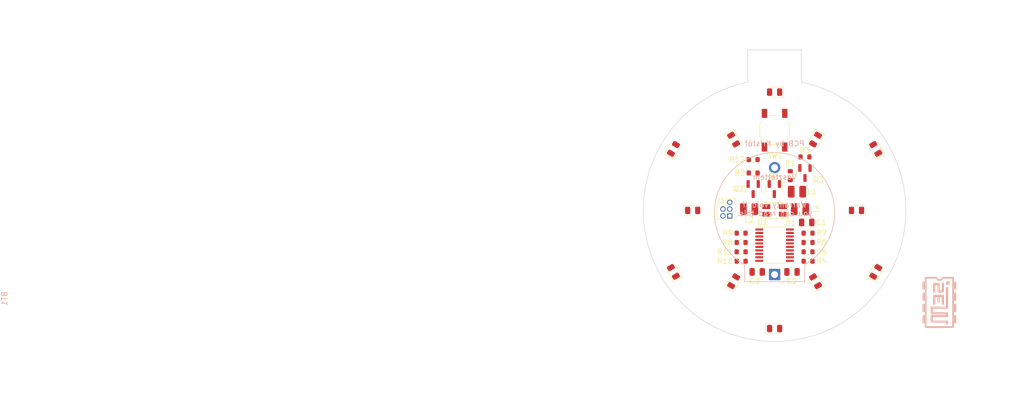
<source format=kicad_pcb>
(kicad_pcb (version 20240108) (generator "pcbnew") (generator_version "8.0")
  (layers (0 "F.Cu" signal) (31 "B.Cu" signal) (34 "B.Paste" user) (35 "F.Paste" user) (36 "B.SilkS" user "B.Silkscreen") (37 "F.SilkS" user "F.Silkscreen") (38 "B.Mask" user) (39 "F.Mask" user) (44 "Edge.Cuts" user))
  (net 0 "")
  (net 1 "VCC")
  (net 2 "GND")
  (net 3 "/MPX2")
  (net 4 "Net-(D1-BK)")
  (net 5 "/MPX1")
  (net 6 "Net-(D1-GK)")
  (net 7 "Net-(D1-RK)")
  (net 8 "Net-(D2-A)")
  (net 9 "Net-(D4-A)")
  (net 10 "Net-(D6-A)")
  (net 11 "Net-(D8-A)")
  (net 12 "Net-(D10-A)")
  (net 13 "Net-(D12-A)")
  (net 14 "/SWC")
  (net 15 "/SWD")
  (net 16 "/nRST")
  (net 17 "/B")
  (net 18 "/R")
  (net 19 "/G")
  (net 20 "/L1")
  (net 21 "/L2")
  (net 22 "/L3")
  (net 23 "/L4")
  (net 24 "/L5")
  (net 25 "/L6")
  (net 26 "Net-(U1-PB6{slash}PF4-BOOT0)")
  (net 27 "Net-(SW1A-A)")
  (footprint "LED_SMD:LED_0805_2012Metric" (layer "F.Cu") (at 193.838176 58.38035 -120)
    (property "Reference" "D3" (hide yes))
    (property "Value" "LED" (hide yes))
    (fp_line (start -1.685 0.96) (end 0.999999 0.96) (stroke (width 0.12)) (layer "F.SilkS"))
    (fp_line (start 1 -0.959999) (end -1.685 -0.96) (stroke (width 0.12)) (layer "F.SilkS"))
    (fp_line (start -1.685 -0.96) (end -1.685 0.96) (stroke (width 0.12)) (layer "F.SilkS"))
    (pad "1" smd roundrect (at -0.9375 0 240) (size 0.975 1.4) (layers "F.Cu" "F.Paste" "F.Mask") (net 5 "/MPX1"))
    (pad "2" smd roundrect (at 0.9375 0 240) (size 0.975 1.4) (layers "F.Cu" "F.Paste" "F.Mask") (net 8 "Net-(D2-A)"))
  )
  (footprint "kikit:Tab" (layer "F.Cu") (at 186.188176 38.63035 -90)
    (property "Reference" "T1" (hide yes))
    (property "Value" "Tab")
  )
  (footprint "LED_SMD:LED_0805_2012Metric" (layer "F.Cu") (at 167.288176 83.13035 120)
    (property "Reference" "D8" (hide yes))
    (property "Value" "LED")
    (fp_line (start 0.999999 -0.96) (end -1.685 -0.96) (stroke (width 0.12)) (layer "F.SilkS"))
    (fp_line (start -1.685 -0.96) (end -1.685 0.96) (stroke (width 0.12)) (layer "F.SilkS"))
    (fp_line (start -1.685 0.96) (end 1 0.959999) (stroke (width 0.12)) (layer "F.SilkS"))
    (pad "1" smd roundrect (at -0.9375 0 120) (size 0.975 1.4) (layers "F.Cu" "F.Paste" "F.Mask") (net 3 "/MPX2"))
    (pad "2" smd roundrect (at 0.9375 0 120) (size 0.975 1.4) (layers "F.Cu" "F.Paste" "F.Mask") (net 11 "Net-(D8-A)"))
  )
  (footprint "Inductor_SMD:L_1008_2520Metric" (layer "F.Cu") (at 190.363176 68.13035)
    (property "Reference" "L1" (at 2.825 0 180) (layer "F.SilkS"))
    (property "Value" "L")
    (fp_line (start -0.261252 -1.11) (end 0.261252 -1.11) (stroke (width 0.12)) (layer "F.SilkS"))
    (fp_line (start -0.261252 1.11) (end 0.261252 1.11) (stroke (width 0.12)) (layer "F.SilkS"))
    (pad "1" smd roundrect (at -1.075 0) (size 1.25 2.2) (layers "F.Cu" "F.Paste" "F.Mask") (roundrect_rratio 0.2) (net 4 "Net-(D1-BK)"))
    (pad "2" smd roundrect (at 1.075 0) (size 1.25 2.2) (layers "F.Cu" "F.Paste" "F.Mask") (roundrect_rratio 0.2) (net 2 "GND"))
  )
  (footprint "kikit:Tab" (layer "F.Cu") (at 146.688176 60.63035)
    (property "Reference" "T1" (hide yes))
    (property "Value" "Tab")
  )
  (footprint "kikit:Tab" (layer "F.Cu") (at 226.438176 80.13035 180)
    (property "Reference" "T1" (hide yes))
    (property "Value" "Tab")
  )
  (footprint "LED_SMD:LED_0805_2012Metric" (layer "F.Cu") (at 170.888176 71.63035)
    (property "Reference" "D6" (hide yes))
    (property "Value" "LED" (hide yes))
    (fp_line (start -1.685 -0.96) (end -1.685 0.96) (stroke (width 0.12)) (layer "F.SilkS"))
    (fp_line (start -1.685 0.96) (end 1 0.96) (stroke (width 0.12)) (layer "F.SilkS"))
    (fp_line (start 1 -0.96) (end -1.685 -0.96) (stroke (width 0.12)) (layer "F.SilkS"))
    (pad "1" smd roundrect (at -0.9375 0) (size 0.975 1.4) (layers "F.Cu" "F.Paste" "F.Mask") (net 3 "/MPX2"))
    (pad "2" smd roundrect (at 0.9375 0) (size 0.975 1.4) (layers "F.Cu" "F.Paste" "F.Mask") (net 10 "Net-(D6-A)"))
  )
  (footprint "Resistor_SMD:R_0603_1608Metric" (layer "F.Cu") (at 189.113176 65.13035 -90)
    (property "Reference" "R1" (at -2.25 0 180) (layer "F.SilkS"))
    (property "Value" "100k")
    (fp_line (start -0.237258 0.5225) (end 0.237258 0.5225) (stroke (width 0.12)) (layer "F.SilkS"))
    (fp_line (start -0.237258 -0.5225) (end 0.237258 -0.5225) (stroke (width 0.12)) (layer "F.SilkS"))
    (pad "1" smd roundrect (at -0.825 0 270) (size 0.8 0.95) (layers "F.Cu" "F.Paste" "F.Mask") (net 1 "VCC"))
    (pad "2" smd roundrect (at 0.825 0 270) (size 0.8 0.95) (layers "F.Cu" "F.Paste" "F.Mask") (net 17 "/B"))
  )
  (footprint "Resistor_SMD:R_0603_1608Metric" (layer "F.Cu") (at 179.938176 81.13035)
    (property "Reference" "R10" (at -3 0 180) (layer "F.SilkS"))
    (property "Value" "100k")
    (fp_line (start -0.237258 -0.5225) (end 0.237258 -0.5225) (stroke (width 0.12)) (layer "F.SilkS"))
    (fp_line (start -0.237258 0.5225) (end 0.237258 0.5225) (stroke (width 0.12)) (layer "F.SilkS"))
    (pad "1" smd roundrect (at -0.825 0) (size 0.8 0.95) (layers "F.Cu" "F.Paste" "F.Mask") (net 1 "VCC"))
    (pad "2" smd roundrect (at 0.825 0) (size 0.8 0.95) (layers "F.Cu" "F.Paste" "F.Mask") (net 16 "/nRST"))
  )
  (footprint "LED_SMD:LED_0805_2012Metric" (layer "F.Cu") (at 167.288176 60.13035 60)
    (property "Reference" "D2" (hide yes))
    (property "Value" "LED" (hide yes))
    (fp_line (start -1.685 -0.96) (end -1.685 0.96) (stroke (width 0.12)) (layer "F.SilkS"))
    (fp_line (start 1 -0.959999) (end -1.685 -0.96) (stroke (width 0.12)) (layer "F.SilkS"))
    (fp_line (start -1.685 0.96) (end 0.999999 0.96) (stroke (width 0.12)) (layer "F.SilkS"))
    (pad "1" smd roundrect (at -0.9375 0 60) (size 0.975 1.4) (layers "F.Cu" "F.Paste" "F.Mask") (net 3 "/MPX2"))
    (pad "2" smd roundrect (at 0.9375 0 60) (size 0.975 1.4) (layers "F.Cu" "F.Paste" "F.Mask") (net 8 "Net-(D2-A)"))
  )
  (footprint "kikit:Tab" (layer "F.Cu") (at 186.188176 99.63035 90)
    (property "Reference" "T1" (hide yes))
    (property "Value" "Tab")
  )
  (footprint "Resistor_SMD:R_0603_1608Metric" (layer "F.Cu") (at 179.938176 77.63035)
    (property "Reference" "R8" (at -2.54 0 0) (layer "F.SilkS"))
    (property "Value" "1k")
    (fp_line (start -0.237258 -0.5225) (end 0.237258 -0.5225) (stroke (width 0.12)) (layer "F.SilkS"))
    (fp_line (start -0.237258 0.5225) (end 0.237258 0.5225) (stroke (width 0.12)) (layer "F.SilkS"))
    (pad "1" smd roundrect (at -0.825 0) (size 0.8 0.95) (layers "F.Cu" "F.Paste" "F.Mask") (net 12 "Net-(D10-A)"))
    (pad "2" smd roundrect (at 0.825 0) (size 0.8 0.95) (layers "F.Cu" "F.Paste" "F.Mask") (net 24 "/L5"))
  )
  (footprint "Resistor_SMD:R_0603_1608Metric" (layer "F.Cu") (at 179.938176 79.38035)
    (property "Reference" "R11" (at -3 0 0) (layer "F.SilkS"))
    (property "Value" "100k")
    (fp_line (start -0.237258 -0.5225) (end 0.237258 -0.5225) (stroke (width 0.12)) (layer "F.SilkS"))
    (fp_line (start -0.237258 0.5225) (end 0.237258 0.5225) (stroke (width 0.12)) (layer "F.SilkS"))
    (pad "1" smd roundrect (at -0.825 0) (size 0.8 0.95) (layers "F.Cu" "F.Paste" "F.Mask") (net 2 "GND"))
    (pad "2" smd roundrect (at 0.825 0) (size 0.8 0.95) (layers "F.Cu" "F.Paste" "F.Mask") (net 26 "Net-(U1-PB6{slash}PF4-BOOT0)"))
  )
  (footprint "LED_SMD:LED_0805_2012Metric" (layer "F.Cu") (at 186.188176 93.73035)
    (property "Reference" "D12" (hide yes))
    (property "Value" "LED")
    (fp_line (start -1.685 -0.96) (end -1.685 0.96) (stroke (width 0.12)) (layer "F.SilkS"))
    (fp_line (start -1.685 0.96) (end 1 0.96) (stroke (width 0.12)) (layer "F.SilkS"))
    (fp_line (start 1 -0.96) (end -1.685 -0.96) (stroke (width 0.12)) (layer "F.SilkS"))
    (pad "1" smd roundrect (at -0.9375 0) (size 0.975 1.4) (layers "F.Cu" "F.Paste" "F.Mask") (net 3 "/MPX2"))
    (pad "2" smd roundrect (at 0.9375 0) (size 0.975 1.4) (layers "F.Cu" "F.Paste" "F.Mask") (net 13 "Net-(D12-A)"))
  )
  (footprint "kikit:Tab" (layer "F.Cu") (at 226.438176 63.13035 180)
    (property "Reference" "T1" (hide yes))
    (property "Value" "Tab")
  )
  (footprint "LED_SMD:LED_0805_2012Metric" (layer "F.Cu") (at 201.488176 71.63035 180)
    (property "Reference" "D9" (hide yes))
    (property "Value" "LED" (hide yes))
    (fp_line (start 1 -0.96) (end -1.685 -0.96) (stroke (width 0.12)) (layer "F.SilkS"))
    (fp_line (start -1.685 0.96) (end 1 0.96) (stroke (width 0.12)) (layer "F.SilkS"))
    (fp_line (start -1.685 -0.96) (end -1.685 0.96) (stroke (width 0.12)) (layer "F.SilkS"))
    (pad "1" smd roundrect (at -0.9375 0 180) (size 0.975 1.4) (layers "F.Cu" "F.Paste" "F.Mask") (net 5 "/MPX1"))
    (pad "2" smd roundrect (at 0.9375 0 180) (size 0.975 1.4) (layers "F.Cu" "F.Paste" "F.Mask") (net 11 "Net-(D8-A)"))
  )
  (footprint "LED_SMD:LED_0805_2012Metric" (layer "F.Cu") (at 178.538176 58.38035 -60)
    (property "Reference" "D4" (hide yes))
    (property "Value" "LED" (hide yes))
    (fp_line (start -1.685 0.96) (end 1 0.959999) (stroke (width 0.12)) (layer "F.SilkS"))
    (fp_line (start -1.685 -0.96) (end -1.685 0.96) (stroke (width 0.12)) (layer "F.SilkS"))
    (fp_line (start 0.999999 -0.96) (end -1.685 -0.96) (stroke (width 0.12)) (layer "F.SilkS"))
    (pad "1" smd roundrect (at -0.9375 0 300) (size 0.975 1.4) (layers "F.Cu" "F.Paste" "F.Mask") (net 3 "/MPX2"))
    (pad "2" smd roundrect (at 0.9375 0 300) (size 0.975 1.4) (layers "F.Cu" "F.Paste" "F.Mask") (net 9 "Net-(D4-A)"))
  )
  (footprint "LED_SMD:LED_0805_2012Metric" (layer "F.Cu") (at 186.188176 49.50535 180)
    (property "Reference" "D5" (hide yes))
    (property "Value" "LED")
    (fp_line (start 1 -0.96) (end -1.685 -0.96) (stroke (width 0.12)) (layer "F.SilkS"))
    (fp_line (start -1.685 0.96) (end 1 0.96) (stroke (width 0.12)) (layer "F.SilkS"))
    (fp_line (start -1.685 -0.96) (end -1.685 0.96) (stroke (width 0.12)) (layer "F.SilkS"))
    (pad "1" smd roundrect (at -0.9375 0 180) (size 0.975 1.4) (layers "F.Cu" "F.Paste" "F.Mask") (net 5 "/MPX1"))
    (pad "2" smd roundrect (at 0.9375 0 180) (size 0.975 1.4) (layers "F.Cu" "F.Paste" "F.Mask") (net 9 "Net-(D4-A)"))
  )
  (footprint "karifa:SOT-23" (layer "F.Cu") (at 191.863176 64.63035 90)
    (property "Reference" "Q3" (at -1.25 2.5 180) (layer "F.SilkS"))
    (property "Value" "AO3401A")
    (fp_line (start 0 -1.56) (end 0.65 -1.56) (stroke (width 0.12)) (layer "F.SilkS"))
    (fp_line (start 0 -1.56) (end -0.65 -1.56) (stroke (width 0.12)) (layer "F.SilkS"))
    (fp_line (start 0 1.56) (end 1.675 1.56) (stroke (width 0.12)) (layer "F.SilkS"))
    (fp_line (start 0 1.56) (end -0.65 1.56) (stroke (width 0.12)) (layer "F.SilkS"))
    (pad "1" smd roundrect (at 0.9375 0.95 270) (size 1.475 0.6) (layers "F.Cu" "F.Paste" "F.Mask") (net 19 "/G"))
    (pad "2" smd roundrect (at 0.9375 -0.95 270) (size 1.475 0.6) (layers "F.Cu" "F.Paste" "F.Mask") (net 1 "VCC"))
    (pad "3" smd roundrect (at -0.9375 0 270) (size 1.475 0.6) (layers "F.Cu" "F.Paste" "F.Mask") (net 6 "Net-(D1-GK)"))
  )
  (footprint "karifa:LED_RGB_Wuerth-PLCC4_3.2x2.8mm_150141M173100" (layer "F.Cu") (at 186.188176 71.63035)
    (property "Reference" "D1" (at 3 2.4 0) (layer "F.SilkS"))
    (property "Value" "LED_ARGB")
    (fp_line (start 2.3 -1.51) (end -2.3 -1.51) (stroke (width 0.12)) (layer "F.SilkS"))
    (fp_line (start 2.5 0.7) (end 2.5 1.51) (stroke (width 0.12)) (layer "F.SilkS"))
    (fp_line (start 2.5 1.51) (end -2.3 1.51) (stroke (width 0.12)) (layer "F.SilkS"))
    (pad "1" smd rect (at -1.55 0.7 180) (size 1.5 0.9) (layers "F.Cu" "F.Paste" "F.Mask") (net 2 "GND"))
    (pad "2" smd rect (at -1.55 -0.7 180) (size 1.5 0.9) (layers "F.Cu" "F.Paste" "F.Mask") (net 7 "Net-(D1-RK)"))
    (pad "3" smd rect (at 1.55 0.7 180) (size 1.5 0.9) (layers "F.Cu" "F.Paste" "F.Mask") (net 6 "Net-(D1-GK)"))
    (pad "4" smd rect (at 1.55 -0.7 180) (size 1.5 0.9) (layers "F.Cu" "F.Paste" "F.Mask") (net 4 "Net-(D1-BK)"))
  )
  (footprint "karifa:ProgConnector_5pin" (layer "F.Cu") (at 177.813176 72.65535 180)
    (property "Reference" "J1" (at 1.641 2.799 0) (layer "F.SilkS"))
    (property "Value" "Conn_2Rows-05Pins")
    (fp_line (start 2.4 1.905) (end 0.635 1.905) (stroke (width 0.1)) (layer "F.SilkS"))
    (fp_line (start 2.4 -0.695) (end 2.4 1.905) (stroke (width 0.12)) (layer "F.SilkS"))
    (fp_line (start 1.57753 -0.695) (end 2.4 -0.695) (stroke (width 0.12)) (layer "F.SilkS"))
    (fp_line (start 0.76 0.706529) (end 0.76 0.563471) (stroke (width 0.12)) (layer "F.SilkS"))
    (fp_line (start 0.76 -0.563471) (end 0.76 -0.695) (stroke (width 0.12)) (layer "F.SilkS"))
    (fp_line (start 0.76 -0.695) (end 0.96247 -0.695) (stroke (width 0.12)) (layer "F.SilkS"))
    (fp_line (start 0.635 1.905) (end 0.635 3.235) (stroke (width 0.1)) (layer "F.SilkS"))
    (fp_line (start 0.563471 0.76) (end 0.706529 0.76) (stroke (width 0.12)) (layer "F.SilkS"))
    (fp_line (start -1.13 3.235) (end 0.635 3.235) (stroke (width 0.12)) (layer "F.SilkS"))
    (fp_line (start -1.13 0.76) (end -0.563471 0.76) (stroke (width 0.12)) (layer "F.SilkS"))
    (fp_line (start -1.13 0.76) (end -1.13 3.235) (stroke (width 0.12)) (layer "F.SilkS"))
    (fp_line (start -1.13 0) (end -1.13 -0.76) (stroke (width 0.12)) (layer "F.SilkS"))
    (fp_line (start -1.13 -0.76) (end 0 -0.76) (stroke (width 0.12)) (layer "F.SilkS"))
    (pad "1" thru_hole rect (at 0 0 180) (size 1 1) (drill 0.65) (layers "*.Cu" "*.Mask" "In1.Cu" "In2.Cu" "In3.Cu" "In4.Cu" "In5.Cu" "In6.Cu" "In7.Cu" "In8.Cu" "In9.Cu" "In10.Cu" "In11.Cu" "In12.Cu" "In13.Cu" "In14.Cu" "In15.Cu" "In16.Cu" "In17.Cu" "In18.Cu" "In19.Cu" "In20.Cu" "In21.Cu" "In22.Cu" "In23.Cu" "In24.Cu" "In25.Cu" "In26.Cu" "In27.Cu" "In28.Cu" "In29.Cu" "In30.Cu") (net 14 "/SWC"))
    (pad "2" thru_hole oval (at 1.27 0 180) (size 1 1) (drill 0.65) (layers "*.Cu" "*.Mask" "In1.Cu" "In2.Cu" "In3.Cu" "In4.Cu" "In5.Cu" "In6.Cu" "In7.Cu" "In8.Cu" "In9.Cu" "In10.Cu" "In11.Cu" "In12.Cu" "In13.Cu" "In14.Cu" "In15.Cu" "In16.Cu" "In17.Cu" "In18.Cu" "In19.Cu" "In20.Cu" "In21.Cu" "In22.Cu" "In23.Cu" "In24.Cu" "In25.Cu" "In26.Cu" "In27.Cu" "In28.Cu" "In29.Cu" "In30.Cu") (net 15 "/SWD"))
    (pad "3" thru_hole oval (at 0 1.27 180) (size 1 1) (drill 0.65) (layers "*.Cu" "*.Mask" "In1.Cu" "In2.Cu" "In3.Cu" "In4.Cu" "In5.Cu" "In6.Cu" "In7.Cu" "In8.Cu" "In9.Cu" "In10.Cu" "In11.Cu" "In12.Cu" "In13.Cu" "In14.Cu" "In15.Cu" "In16.Cu" "In17.Cu" "In18.Cu" "In19.Cu" "In20.Cu" "In21.Cu" "In22.Cu" "In23.Cu" "In24.Cu" "In25.Cu" "In26.Cu" "In27.Cu" "In28.Cu" "In29.Cu" "In30.Cu") (net 2 "GND"))
    (pad "4" thru_hole oval (at 1.27 1.27 180) (size 1 1) (drill 0.65) (layers "*.Cu" "*.Mask" "In1.Cu" "In2.Cu" "In3.Cu" "In4.Cu" "In5.Cu" "In6.Cu" "In7.Cu" "In8.Cu" "In9.Cu" "In10.Cu" "In11.Cu" "In12.Cu" "In13.Cu" "In14.Cu" "In15.Cu" "In16.Cu" "In17.Cu" "In18.Cu" "In19.Cu" "In20.Cu" "In21.Cu" "In22.Cu" "In23.Cu" "In24.Cu" "In25.Cu" "In26.Cu" "In27.Cu" "In28.Cu" "In29.Cu" "In30.Cu") (net 1 "VCC"))
    (pad "5" thru_hole oval (at 0 2.54 180) (size 1 1) (drill 0.65) (layers "*.Cu" "*.Mask" "In1.Cu" "In2.Cu" "In3.Cu" "In4.Cu" "In5.Cu" "In6.Cu" "In7.Cu" "In8.Cu" "In9.Cu" "In10.Cu" "In11.Cu" "In12.Cu" "In13.Cu" "In14.Cu" "In15.Cu" "In16.Cu" "In17.Cu" "In18.Cu" "In19.Cu" "In20.Cu" "In21.Cu" "In22.Cu" "In23.Cu" "In24.Cu" "In25.Cu" "In26.Cu" "In27.Cu" "In28.Cu" "In29.Cu" "In30.Cu") (net 16 "/nRST"))
  )
  (footprint "Inductor_SMD:L_1008_2520Metric" (layer "F.Cu") (at 181.438176 71.38035 180)
    (property "Reference" "L2" (at 0 -2 180) (layer "F.SilkS"))
    (property "Value" "L")
    (fp_line (start -0.261252 1.11) (end 0.261252 1.11) (stroke (width 0.12)) (layer "F.SilkS"))
    (fp_line (start -0.261252 -1.11) (end 0.261252 -1.11) (stroke (width 0.12)) (layer "F.SilkS"))
    (pad "1" smd roundrect (at -1.075 0 180) (size 1.25 2.2) (layers "F.Cu" "F.Paste" "F.Mask") (roundrect_rratio 0.2) (net 7 "Net-(D1-RK)"))
    (pad "2" smd roundrect (at 1.075 0 180) (size 1.25 2.2) (layers "F.Cu" "F.Paste" "F.Mask") (roundrect_rratio 0.2) (net 2 "GND"))
  )
  (footprint "Resistor_SMD:R_0603_1608Metric" (layer "F.Cu") (at 182.188176 62.13035 180)
    (property "Reference" "R12" (at 3 0 0) (layer "F.SilkS"))
    (property "Value" "100k")
    (fp_line (start -0.237258 0.5225) (end 0.237258 0.5225) (stroke (width 0.12)) (layer "F.SilkS"))
    (fp_line (start -0.237258 -0.5225) (end 0.237258 -0.5225) (stroke (width 0.12)) (layer "F.SilkS"))
    (pad "1" smd roundrect (at -0.825 0 180) (size 0.8 0.95) (layers "F.Cu" "F.Paste" "F.Mask") (net 27 "Net-(SW1A-A)"))
    (pad "2" smd roundrect (at 0.825 0 180) (size 0.8 0.95) (layers "F.Cu" "F.Paste" "F.Mask") (net 1 "VCC"))
  )
  (footprint "Resistor_SMD:R_0603_1608Metric" (layer "F.Cu") (at 192.438176 75.88035 180)
    (property "Reference" "R7" (at -2.54 -0.028314 0) (layer "F.SilkS"))
    (property "Value" "1k")
    (fp_line (start -0.237258 0.5225) (end 0.237258 0.5225) (stroke (width 0.12)) (layer "F.SilkS"))
    (fp_line (start -0.237258 -0.5225) (end 0.237258 -0.5225) (stroke (width 0.12)) (layer "F.SilkS"))
    (pad "1" smd roundrect (at -0.825 0 180) (size 0.8 0.95) (layers "F.Cu" "F.Paste" "F.Mask") (net 11 "Net-(D8-A)"))
    (pad "2" smd roundrect (at 0.825 0 180) (size 0.8 0.95) (layers "F.Cu" "F.Paste" "F.Mask") (net 23 "/L4"))
  )
  (footprint "karifa:SOT-23" (layer "F.Cu") (at 186.138176 67.63035 90)
    (property "Reference" "Q1" (at 2.5 0.05 180) (layer "F.SilkS"))
    (property "Value" "AO3401A")
    (fp_line (start 0 -1.56) (end 0.65 -1.56) (stroke (width 0.12)) (layer "F.SilkS"))
    (fp_line (start 0 -1.56) (end -0.65 -1.56) (stroke (width 0.12)) (layer "F.SilkS"))
    (fp_line (start 0 1.56) (end 1.675 1.56) (stroke (width 0.12)) (layer "F.SilkS"))
    (fp_line (start 0 1.56) (end -0.65 1.56) (stroke (width 0.12)) (layer "F.SilkS"))
    (pad "1" smd roundrect (at 0.9375 0.95 270) (size 1.475 0.6) (layers "F.Cu" "F.Paste" "F.Mask") (net 17 "/B"))
    (pad "2" smd roundrect (at 0.9375 -0.95 270) (size 1.475 0.6) (layers "F.Cu" "F.Paste" "F.Mask") (net 1 "VCC"))
    (pad "3" smd roundrect (at -0.9375 0 270) (size 1.475 0.6) (layers "F.Cu" "F.Paste" "F.Mask") (net 4 "Net-(D1-BK)"))
  )
  (footprint "LED_SMD:LED_0805_2012Metric" (layer "F.Cu") (at 205.088176 83.13035 60)
    (property "Reference" "D11" (hide yes))
    (property "Value" "LED" (hide yes))
    (fp_line (start -1.685 -0.96) (end -1.685 0.96) (stroke (width 0.12)) (layer "F.SilkS"))
    (fp_line (start 1 -0.959999) (end -1.685 -0.96) (stroke (width 0.12)) (layer "F.SilkS"))
    (fp_line (start -1.685 0.96) (end 0.999999 0.96) (stroke (width 0.12)) (layer "F.SilkS"))
    (pad "1" smd roundrect (at -0.9375 0 60) (size 0.975 1.4) (layers "F.Cu" "F.Paste" "F.Mask") (net 5 "/MPX1"))
    (pad "2" smd roundrect (at 0.9375 0 60) (size 0.975 1.4) (layers "F.Cu" "F.Paste" "F.Mask") (net 12 "Net-(D10-A)"))
  )
  (footprint "karifa:TSSOP-20_4.4x6.5mm_P0.65mm" (layer "F.Cu") (at 186.188176 78.13035 180)
    (property "Reference" "U1" (at 2.25 4.25 0) (layer "F.SilkS"))
    (property "Value" "PY32F002AF15P6TU")
    (fp_line (start 0 3.385) (end 3.6 3.385) (stroke (width 0.12)) (layer "F.SilkS"))
    (fp_line (start 0 3.385) (end -2.2 3.385) (stroke (width 0.12)) (layer "F.SilkS"))
    (fp_line (start 0 -3.385) (end 2.2 -3.385) (stroke (width 0.12)) (layer "F.SilkS"))
    (fp_line (start 0 -3.385) (end -2.2 -3.385) (stroke (width 0.12)) (layer "F.SilkS"))
    (pad "1" smd roundrect (at 2.8625 2.925) (size 1.475 0.4) (layers "F.Cu" "F.Paste" "F.Mask") (net 2 "GND"))
    (pad "2" smd roundrect (at 2.8625 2.275) (size 1.475 0.4) (layers "F.Cu" "F.Paste" "F.Mask") (net 15 "/SWD"))
    (pad "3" smd roundrect (at 2.8625 1.625) (size 1.475 0.4) (layers "F.Cu" "F.Paste" "F.Mask") (net 14 "/SWC"))
    (pad "4" smd roundrect (at 2.8625 0.975) (size 1.475 0.4) (layers "F.Cu" "F.Paste" "F.Mask") (net 27 "Net-(SW1A-A)"))
    (pad "5" smd roundrect (at 2.8625 0.325) (size 1.475 0.4) (layers "F.Cu" "F.Paste" "F.Mask") (net 26 "Net-(U1-PB6{slash}PF4-BOOT0)"))
    (pad "6" smd roundrect (at 2.8625 -0.325) (size 1.475 0.4) (layers "F.Cu" "F.Paste" "F.Mask") (net 5 "/MPX1"))
    (pad "7" smd roundrect (at 2.8625 -0.975) (size 1.475 0.4) (layers "F.Cu" "F.Paste" "F.Mask") (net 3 "/MPX2"))
    (pad "8" smd roundrect (at 2.8625 -1.625) (size 1.475 0.4) (layers "F.Cu" "F.Paste" "F.Mask"))
    (pad "9" smd roundrect (at 2.8625 -2.275) (size 1.475 0.4) (layers "F.Cu" "F.Paste" "F.Mask"))
    (pad "10" smd roundrect (at 2.8625 -2.925) (size 1.475 0.4) (layers "F.Cu" "F.Paste" "F.Mask") (net 16 "/nRST"))
    (pad "11" smd roundrect (at -2.8625 -2.925) (size 1.475 0.4) (layers "F.Cu" "F.Paste" "F.Mask") (net 18 "/R"))
    (pad "12" smd roundrect (at -2.8625 -2.275) (size 1.475 0.4) (layers "F.Cu" "F.Paste" "F.Mask") (net 17 "/B"))
    (pad "13" smd roundrect (at -2.8625 -1.625) (size 1.475 0.4) (layers "F.Cu" "F.Paste" "F.Mask") (net 20 "/L1"))
    (pad "14" smd roundrect (at -2.8625 -0.975) (size 1.475 0.4) (layers "F.Cu" "F.Paste" "F.Mask") (net 19 "/G"))
    (pad "15" smd roundrect (at -2.8625 -0.325) (size 1.475 0.4) (layers "F.Cu" "F.Paste" "F.Mask") (net 21 "/L2"))
    (pad "16" smd roundrect (at -2.8625 0.325) (size 1.475 0.4) (layers "F.Cu" "F.Paste" "F.Mask") (net 22 "/L3"))
    (pad "17" smd roundrect (at -2.8625 0.975) (size 1.475 0.4) (layers "F.Cu" "F.Paste" "F.Mask") (net 23 "/L4"))
    (pad "18" smd roundrect (at -2.8625 1.625) (size 1.475 0.4) (layers "F.Cu" "F.Paste" "F.Mask") (net 24 "/L5"))
    (pad "19" smd roundrect (at -2.8625 2.275) (size 1.475 0.4) (layers "F.Cu" "F.Paste" "F.Mask") (net 25 "/L6"))
    (pad "20" smd roundrect (at -2.8625 2.925) (size 1.475 0.4) (layers "F.Cu" "F.Paste" "F.Mask") (net 1 "VCC"))
  )
  (footprint "Button_Switch_SMD:SW_SPST_TL3342" (layer "F.Cu") (at 186.188176 56.63035 90)
    (property "Reference" "SW1" (at -4.75 0 180) (layer "F.SilkS"))
    (property "Value" "SW_DPST_x2")
    (fp_line (start -1.25 -2.75) (end 1.25 -2.75) (stroke (width 0.12)) (layer "F.SilkS"))
    (fp_line (start 1.7 -2.3) (end 1.25 -2.75) (stroke (width 0.12)) (layer "F.SilkS"))
    (fp_line (start -1.7 -2.3) (end -1.25 -2.75) (stroke (width 0.12)) (layer "F.SilkS"))
    (fp_line (start 2.75 -1) (end 2.75 1) (stroke (width 0.12)) (layer "F.SilkS"))
    (fp_line (start -2.75 -1) (end -2.75 1) (stroke (width 0.12)) (layer "F.SilkS"))
    (fp_line (start 1.7 2.3) (end 1.25 2.75) (stroke (width 0.12)) (layer "F.SilkS"))
    (fp_line (start -1.7 2.3) (end -1.25 2.75) (stroke (width 0.12)) (layer "F.SilkS"))
    (fp_line (start -1.25 2.75) (end 1.25 2.75) (stroke (width 0.12)) (layer "F.SilkS"))
    (pad "1" smd rect (at -3.15 -1.9 90) (size 1.7 1) (layers "F.Cu" "F.Paste" "F.Mask") (net 27 "Net-(SW1A-A)"))
    (pad "1" smd rect (at 3.15 -1.9 90) (size 1.7 1) (layers "F.Cu" "F.Paste" "F.Mask") (net 27 "Net-(SW1A-A)"))
    (pad "2" smd rect (at -3.15 1.9 90) (size 1.7 1) (layers "F.Cu" "F.Paste" "F.Mask") (net 2 "GND"))
    (pad "2" smd rect (at 3.15 1.9 90) (size 1.7 1) (layers "F.Cu" "F.Paste" "F.Mask") (net 2 "GND"))
  )
  (footprint "Resistor_SMD:R_0603_1608Metric" (layer "F.Cu") (at 191.863176 61.63035)
    (property "Reference" "R3" (at 0 -1.25 0) (layer "F.SilkS"))
    (property "Value" "100k")
    (fp_line (start -0.237258 -0.5225) (end 0.237258 -0.5225) (stroke (width 0.12)) (layer "F.SilkS"))
    (fp_line (start -0.237258 0.5225) (end 0.237258 0.5225) (stroke (width 0.12)) (layer "F.SilkS"))
    (pad "1" smd roundrect (at -0.825 0) (size 0.8 0.95) (layers "F.Cu" "F.Paste" "F.Mask") (net 1 "VCC"))
    (pad "2" smd roundrect (at 0.825 0) (size 0.8 0.95) (layers "F.Cu" "F.Paste" "F.Mask") (net 19 "/G"))
  )
  (footprint "Resistor_SMD:R_0603_1608Metric" (layer "F.Cu") (at 179.938176 75.88035)
    (property "Reference" "R9" (at -2.509 0.034 0) (layer "F.SilkS"))
    (property "Value" "1k")
    (fp_line (start -0.237258 -0.5225) (end 0.237258 -0.5225) (stroke (width 0.12)) (layer "F.SilkS"))
    (fp_line (start -0.237258 0.5225) (end 0.237258 0.5225) (stroke (width 0.12)) (layer "F.SilkS"))
    (pad "1" smd roundrect (at -0.825 0) (size 0.8 0.95) (layers "F.Cu" "F.Paste" "F.Mask") (net 13 "Net-(D12-A)"))
    (pad "2" smd roundrect (at 0.825 0) (size 0.8 0.95) (layers "F.Cu" "F.Paste" "F.Mask") (net 25 "/L6"))
  )
  (footprint "LED_SMD:LED_0805_2012Metric" (layer "F.Cu") (at 205.088176 60.13035 120)
    (property "Reference" "D7" (hide yes))
    (property "Value" "LED" (hide yes))
    (fp_line (start 0.999999 -0.96) (end -1.685 -0.96) (stroke (width 0.12)) (layer "F.SilkS"))
    (fp_line (start -1.685 -0.96) (end -1.685 0.96) (stroke (width 0.12)) (layer "F.SilkS"))
    (fp_line (start -1.685 0.96) (end 1 0.959999) (stroke (width 0.12)) (layer "F.SilkS"))
    (pad "1" smd roundrect (at -0.9375 0 120) (size 0.975 1.4) (layers "F.Cu" "F.Paste" "F.Mask") (net 5 "/MPX1"))
    (pad "2" smd roundrect (at 0.9375 0 120) (size 0.975 1.4) (layers "F.Cu" "F.Paste" "F.Mask") (net 10 "Net-(D6-A)"))
  )
  (footprint "Capacitor_SMD:C_0805_2012Metric" (layer "F.Cu") (at 189.438176 83.13035)
    (property "Reference" "C2" (at 0 1.75 180) (layer "F.SilkS"))
    (property "Value" "10uF")
    (fp_line (start -0.261252 -0.735) (end 0.261252 -0.735) (stroke (width 0.12)) (layer "F.SilkS"))
    (fp_line (start -0.261252 0.735) (end 0.261252 0.735) (stroke (width 0.12)) (layer "F.SilkS"))
    (pad "1" smd roundrect (at -0.95 0) (size 1 1.45) (layers "F.Cu" "F.Paste" "F.Mask") (net 1 "VCC"))
    (pad "2" smd roundrect (at 0.95 0) (size 1 1.45) (layers "F.Cu" "F.Paste" "F.Mask") (net 2 "GND"))
  )
  (footprint "Capacitor_SMD:C_0805_2012Metric" (layer "F.Cu") (at 192.188176 73.88035 180)
    (property "Reference" "C1" (at -2.75 0 0) (layer "F.SilkS"))
    (property "Value" "100nF")
    (fp_line (start -0.261252 0.735) (end 0.261252 0.735) (stroke (width 0.12)) (layer "F.SilkS"))
    (fp_line (start -0.261252 -0.735) (end 0.261252 -0.735) (stroke (width 0.12)) (layer "F.SilkS"))
    (pad "1" smd roundrect (at -0.95 0 180) (size 1 1.45) (layers "F.Cu" "F.Paste" "F.Mask") (net 2 "GND"))
    (pad "2" smd roundrect (at 0.95 0 180) (size 1 1.45) (layers "F.Cu" "F.Paste" "F.Mask") (net 1 "VCC"))
  )
  (footprint "LED_SMD:LED_0805_2012Metric" (layer "F.Cu") (at 193.838176 84.88035 120)
    (property "Reference" "D13" (hide yes))
    (property "Value" "LED")
    (fp_line (start 0.999999 -0.96) (end -1.685 -0.96) (stroke (width 0.12)) (layer "F.SilkS"))
    (fp_line (start -1.685 -0.96) (end -1.685 0.96) (stroke (width 0.12)) (layer "F.SilkS"))
    (fp_line (start -1.685 0.96) (end 1 0.959999) (stroke (width 0.12)) (layer "F.SilkS"))
    (pad "1" smd roundrect (at -0.9375 0 120) (size 0.975 1.4) (layers "F.Cu" "F.Paste" "F.Mask") (net 5 "/MPX1"))
    (pad "2" smd roundrect (at 0.9375 0 120) (size 0.975 1.4) (layers "F.Cu" "F.Paste" "F.Mask") (net 13 "Net-(D12-A)"))
  )
  (footprint "Capacitor_SMD:C_0805_2012Metric" (layer "F.Cu") (at 182.938176 83.13035 180)
    (property "Reference" "C3" (at 0.5 -1.75 0) (layer "F.SilkS"))
    (property "Value" "10uF")
    (fp_line (start -0.261252 0.735) (end 0.261252 0.735) (stroke (width 0.12)) (layer "F.SilkS"))
    (fp_line (start -0.261252 -0.735) (end 0.261252 -0.735) (stroke (width 0.12)) (layer "F.SilkS"))
    (pad "1" smd roundrect (at -0.95 0 180) (size 1 1.45) (layers "F.Cu" "F.Paste" "F.Mask") (net 1 "VCC"))
    (pad "2" smd roundrect (at 0.95 0 180) (size 1 1.45) (layers "F.Cu" "F.Paste" "F.Mask") (net 2 "GND"))
  )
  (footprint "Resistor_SMD:R_0603_1608Metric" (layer "F.Cu") (at 192.438176 79.38035 180)
    (property "Reference" "R5" (at -2.542666 -0.044982 0) (layer "F.SilkS"))
    (property "Value" "1k")
    (fp_line (start -0.237258 0.5225) (end 0.237258 0.5225) (stroke (width 0.12)) (layer "F.SilkS"))
    (fp_line (start -0.237258 -0.5225) (end 0.237258 -0.5225) (stroke (width 0.12)) (layer "F.SilkS"))
    (pad "1" smd roundrect (at -0.825 0 180) (size 0.8 0.95) (layers "F.Cu" "F.Paste" "F.Mask") (net 9 "Net-(D4-A)"))
    (pad "2" smd roundrect (at 0.825 0 180) (size 0.8 0.95) (layers "F.Cu" "F.Paste" "F.Mask") (net 21 "/L2"))
  )
  (footprint "karifa:SOT-23" (layer "F.Cu") (at 182.188176 67.63035 90)
    (property "Reference" "Q2" (at 0 -2.75 180) (layer "F.SilkS"))
    (property "Value" "AO3401A")
    (fp_line (start 0 -1.56) (end 0.65 -1.56) (stroke (width 0.12)) (layer "F.SilkS"))
    (fp_line (start 0 -1.56) (end -0.65 -1.56) (stroke (width 0.12)) (layer "F.SilkS"))
    (fp_line (start 0 1.56) (end 1.675 1.56) (stroke (width 0.12)) (layer "F.SilkS"))
    (fp_line (start 0 1.56) (end -0.65 1.56) (stroke (width 0.12)) (layer "F.SilkS"))
    (pad "1" smd roundrect (at 0.9375 0.95 270) (size 1.475 0.6) (layers "F.Cu" "F.Paste" "F.Mask") (net 18 "/R"))
    (pad "2" smd roundrect (at 0.9375 -0.95 270) (size 1.475 0.6) (layers "F.Cu" "F.Paste" "F.Mask") (net 1 "VCC"))
    (pad "3" smd roundrect (at -0.9375 0 270) (size 1.475 0.6) (layers "F.Cu" "F.Paste" "F.Mask") (net 7 "Net-(D1-RK)"))
  )
  (footprint "LED_SMD:LED_0805_2012Metric" (layer "F.Cu") (at 178.538176 84.88035 60)
    (property "Reference" "D10" (hide yes))
    (property "Value" "LED")
    (fp_line (start -1.685 -0.96) (end -1.685 0.96) (stroke (width 0.12)) (layer "F.SilkS"))
    (fp_line (start 1 -0.959999) (end -1.685 -0.96) (stroke (width 0.12)) (layer "F.SilkS"))
    (fp_line (start -1.685 0.96) (end 0.999999 0.96) (stroke (width 0.12)) (layer "F.SilkS"))
    (pad "1" smd roundrect (at -0.9375 0 60) (size 0.975 1.4) (layers "F.Cu" "F.Paste" "F.Mask") (net 3 "/MPX2"))
    (pad "2" smd roundrect (at 0.9375 0 60) (size 0.975 1.4) (layers "F.Cu" "F.Paste" "F.Mask") (net 12 "Net-(D10-A)"))
  )
  (footprint "Resistor_SMD:R_0603_1608Metric" (layer "F.Cu") (at 192.438176 77.63035 180)
    (property "Reference" "R6" (at -2.507156 0.088352 0) (layer "F.SilkS"))
    (property "Value" "1k")
    (fp_line (start -0.237258 0.5225) (end 0.237258 0.5225) (stroke (width 0.12)) (layer "F.SilkS"))
    (fp_line (start -0.237258 -0.5225) (end 0.237258 -0.5225) (stroke (width 0.12)) (layer "F.SilkS"))
    (pad "1" smd roundrect (at -0.825 0 180) (size 0.8 0.95) (layers "F.Cu" "F.Paste" "F.Mask") (net 10 "Net-(D6-A)"))
    (pad "2" smd roundrect (at 0.825 0 180) (size 0.8 0.95) (layers "F.Cu" "F.Paste" "F.Mask") (net 22 "/L3"))
  )
  (footprint "Resistor_SMD:R_0603_1608Metric" (layer "F.Cu") (at 182.188176 64.63035)
    (property "Reference" "R2" (at -2.5 0 0) (layer "F.SilkS"))
    (property "Value" "100k")
    (fp_line (start -0.237258 -0.5225) (end 0.237258 -0.5225) (stroke (width 0.12)) (layer "F.SilkS"))
    (fp_line (start -0.237258 0.5225) (end 0.237258 0.5225) (stroke (width 0.12)) (layer "F.SilkS"))
    (pad "1" smd roundrect (at -0.825 0) (size 0.8 0.95) (layers "F.Cu" "F.Paste" "F.Mask") (net 1 "VCC"))
    (pad "2" smd roundrect (at 0.825 0) (size 0.8 0.95) (layers "F.Cu" "F.Paste" "F.Mask") (net 18 "/R"))
  )
  (footprint "Inductor_SMD:L_1008_2520Metric" (layer "F.Cu") (at 190.938176 71.38035)
    (property "Reference" "L3" (at 2.75 0 180) (layer "F.SilkS"))
    (property "Value" "L")
    (fp_line (start -0.261252 -1.11) (end 0.261252 -1.11) (stroke (width 0.12)) (layer "F.SilkS"))
    (fp_line (start -0.261252 1.11) (end 0.261252 1.11) (stroke (width 0.12)) (layer "F.SilkS"))
    (pad "1" smd roundrect (at -1.075 0) (size 1.25 2.2) (layers "F.Cu" "F.Paste" "F.Mask") (roundrect_rratio 0.2) (net 6 "Net-(D1-GK)"))
    (pad "2" smd roundrect (at 1.075 0) (size 1.25 2.2) (layers "F.Cu" "F.Paste" "F.Mask") (roundrect_rratio 0.2) (net 2 "GND"))
  )
  (footprint "Resistor_SMD:R_0603_1608Metric" (layer "F.Cu") (at 192.438176 81.13035 180)
    (property "Reference" "R4" (at -2.54 0.071684 0) (layer "F.SilkS"))
    (property "Value" "1k")
    (fp_line (start -0.237258 0.5225) (end 0.237258 0.5225) (stroke (width 0.12)) (layer "F.SilkS"))
    (fp_line (start -0.237258 -0.5225) (end 0.237258 -0.5225) (stroke (width 0.12)) (layer "F.SilkS"))
    (pad "1" smd roundrect (at -0.825 0 180) (size 0.8 0.95) (layers "F.Cu" "F.Paste" "F.Mask") (net 8 "Net-(D2-A)"))
    (pad "2" smd roundrect (at 0.825 0 180) (size 0.8 0.95) (layers "F.Cu" "F.Paste" "F.Mask") (net 20 "/L1"))
  )
  (footprint "kikit:Tab" (layer "F.Cu") (at 145.688176 82.63035)
    (property "Reference" "T1" (hide yes))
    (property "Value" "Tab")
  )
  (footprint "karifa:CR2032_Holder" (layer "B.Cu") (at 186.188176 83.63035 90)
    (property "Reference" "BT1" (at -4.5 -143.83 90) (layer "B.SilkS") (effects (justify mirror)))
    (property "Value" "Battery")
    (fp_line (start 1.845 -5.61) (end -1.33 -5.61) (stroke (width 0.12)) (layer "B.SilkS"))
    (fp_line (start -1.33 -5.61) (end -1.33 5.61) (stroke (width 0.12)) (layer "B.SilkS"))
    (fp_line (start -1.33 5.61) (end 1.845 5.61) (stroke (width 0.12)) (layer "B.SilkS"))
    (fp_arc (start 1.845 -5.61) (mid 22.807151 0) (end 1.845 5.61) (stroke (width 0.12)) (layer "B.SilkS"))
    (pad "1" thru_hole rect (at 0 0 180) (size 2.1 2.1) (drill 1.3) (layers "*.Cu" "*.Mask" "In1.Cu" "In2.Cu" "In3.Cu" "In4.Cu" "In5.Cu" "In6.Cu" "In7.Cu" "In8.Cu" "In9.Cu" "In10.Cu" "In11.Cu" "In12.Cu" "In13.Cu" "In14.Cu" "In15.Cu" "In16.Cu" "In17.Cu" "In18.Cu" "In19.Cu" "In20.Cu" "In21.Cu" "In22.Cu" "In23.Cu" "In24.Cu" "In25.Cu" "In26.Cu" "In27.Cu" "In28.Cu" "In29.Cu" "In30.Cu") (net 1 "VCC"))
    (pad "2" thru_hole circle (at 20 0 180) (size 2.1 2.1) (drill 1.3) (layers "*.Cu" "*.Mask" "In1.Cu" "In2.Cu" "In3.Cu" "In4.Cu" "In5.Cu" "In6.Cu" "In7.Cu" "In8.Cu" "In9.Cu" "In10.Cu" "In11.Cu" "In12.Cu" "In13.Cu" "In14.Cu" "In15.Cu" "In16.Cu" "In17.Cu" "In18.Cu" "In19.Cu" "In20.Cu" "In21.Cu" "In22.Cu" "In23.Cu" "In24.Cu" "In25.Cu" "In26.Cu" "In27.Cu" "In28.Cu" "In29.Cu" "In30.Cu") (net 2 "GND"))
  )
  (gr_poly (pts (xy 215.798658 87.541589) (xy 215.832765 87.494047) (xy 215.836441 87.488965) (xy 215.84047 87.483816) (xy 215.844816 87.478632) (xy 215.849446 87.473441) (xy 215.854325 87.468274) (xy 215.859416 87.463162) (xy 215.864687 87.458134) (xy 215.870101 87.453222) (xy 215.875624 87.448455) (xy 215.881221 87.443864) (xy 215.886858 87.439478) (xy 215.892499 87.435329) (xy 215.89811 87.431446) (xy 215.903656 87.42786) (xy 215.909102 87.424601) (xy 215.914413 87.4217) (xy 215.932668 87.414195) (xy 215.958322 87.408555) (xy 216.0012 87.404513) (xy 216.071122 87.401804) (xy 216.331394 87.399317) (xy 216.817717 87.398962) (xy 217.670378 87.398962) (xy 217.721021 87.425834) (xy 217.727478 87.429384) (xy 217.733678 87.433064) (xy 217.739629 87.436884) (xy 217.745342 87.440852) (xy 217.750824 87.444978) (xy 217.756085 87.44927) (xy 217.761134 87.453737) (xy 217.76598 87.45839) (xy 217.770632 87.463236) (xy 217.7751 87.468285) (xy 217.779392 87.473546) (xy 217.783518 87.479028) (xy 217.787486 87.48474) (xy 217.791305 87.490692) (xy 217.794986 87.496891) (xy 217.798536 87.503348) (xy 217.825408 87.552958) (xy 217.825408 89.248978) (xy 217.417164 89.248978) (xy 217.417164 87.860949) (xy 217.019255 87.860949) (xy 217.019255 88.832466) (xy 216.611011 88.832466) (xy 216.611011 87.860949) (xy 216.201735 87.860949) (xy 216.201735 89.248978) (xy 215.792457 89.248978)) (fill solid) (layer "B.SilkS"))
  (gr_poly (pts (xy 215.795558 86.152527) (xy 215.798658 85.297798) (xy 215.832765 85.250256) (xy 215.836441 85.245174) (xy 215.84047 85.240027) (xy 215.844816 85.234847) (xy 215.849446 85.229666) (xy 215.854325 85.224515) (xy 215.859416 85.219426) (xy 215.864687 85.21443) (xy 215.870101 85.209561) (xy 215.875624 85.204848) (xy 215.881221 85.200326) (xy 215.886858 85.196024) (xy 215.892499 85.191975) (xy 215.89811 85.18821) (xy 215.903656 85.184762) (xy 215.909102 85.181663) (xy 215.914413 85.178943) (xy 215.931652 85.171393) (xy 215.95175 85.165636) (xy 215.979598 85.161429) (xy 216.020092 85.158531) (xy 216.078123 85.156698) (xy 216.158585 85.155688) (xy 216.406373 85.155172) (xy 216.547183 85.155262) (xy 216.604971 85.155424) (xy 216.655195 85.155704) (xy 216.698491 85.156137) (xy 216.735495 85.156752) (xy 216.766843 85.157583) (xy 216.793171 85.15866) (xy 216.815114 85.160015) (xy 216.824641 85.160808) (xy 216.833309 85.161682) (xy 216.8412 85.162641) (xy 216.848391 85.16369) (xy 216.854964 85.164832) (xy 216.860996 85.166072) (xy 216.866569 85.167413) (xy 216.871761 85.16886) (xy 216.876651 85.170416) (xy 216.88132 85.172085) (xy 216.89031 85.17578) (xy 216.899366 85.179976) (xy 216.90447 85.182453) (xy 216.909679 85.18521) (xy 216.914952 85.188212) (xy 216.920247 85.191425) (xy 216.925524 85.194814) (xy 216.930741 85.198343) (xy 216.935859 85.201979) (xy 216.940836 85.205685) (xy 216.945632 85.209428) (xy 216.950205 85.213172) (xy 216.954514 85.216883) (xy 216.95852 85.220526) (xy 216.96218 85.224066) (xy 216.965454 85.227468) (xy 216.968301 85.230698) (xy 216.97068 85.23372) (xy 216.98612 85.258767) (xy 216.992433 85.272489) (xy 216.997891 85.288174) (xy 217.002555 85.306692) (xy 217.006488 85.328917) (xy 217.012408 85.387974) (xy 217.016149 85.472319) (xy 217.018206 85.588931) (xy 217.019255 85.946855) (xy 217.019255 86.531831) (xy 217.417164 86.531831) (xy 217.417164 85.155172) (xy 217.825408 85.155172) (xy 217.825408 86.851192) (xy 217.790268 86.904935) (xy 217.785625 86.912267) (xy 217.780982 86.919161) (xy 217.776315 86.92564) (xy 217.7716 86.931726) (xy 217.766811 86.937444) (xy 217.761926 86.942815) (xy 217.75692 86.947861) (xy 217.751769 86.952607) (xy 217.746448 86.957074) (xy 217.740933 86.961285) (xy 217.7352 86.965263) (xy 217.729225 86.96903) (xy 217.722983 86.97261) (xy 217.716451 86.976025) (xy 217.709604 86.979297) (xy 217.702418 86.98245) (xy 217.683544 86.989703) (xy 217.661884 86.995321) (xy 217.632909 86.999509) (xy 217.592089 87.002474) (xy 217.534893 87.004422) (xy 217.456793 87.005559) (xy 217.21976 87.006221) (xy 217.080415 87.006168) (xy 217.023547 87.006044) (xy 216.974329 87.005801) (xy 216.9321 87.005401) (xy 216.896197 87.004804) (xy 216.865956 87.003971) (xy 216.852751 87.003453) (xy 216.840713 87.002862) (xy 216.82976 87.002192) (xy 216.819807 87.001438) (xy 216.810773 87.000596) (xy 216.802574 86.99966) (xy 216.795127 86.998626) (xy 216.78835 86.997489) (xy 216.78216 86.996243) (xy 216.776473 86.994884) (xy 216.771208 86.993408) (xy 216.76628 86.991808) (xy 216.761607 86.99008) (xy 216.757107 86.988219) (xy 216.752696 86.986221) (xy 216.748291 86.984079) (xy 216.73917 86.979349) (xy 216.732811 86.976104) (xy 216.726529 86.972575) (xy 216.720325 86.968767) (xy 216.714203 86.964686) (xy 216.708166 86.960339) (xy 216.702217 86.955732) (xy 216.696358 86.95087) (xy 216.690594 86.94576) (xy 216.684926 86.940407) (xy 216.679358 86.934819) (xy 216.673893 86.929) (xy 216.668534 86.922958) (xy 216.663284 86.916697) (xy 216.658147 86.910224) (xy 216.653124 86.903546) (xy 216.648219 86.896667) (xy 216.611011 86.84189) (xy 216.611011 85.618192) (xy 216.201735 85.618192) (xy 216.201735 87.006221) (xy 215.792457 87.006221)) (fill solid) (layer "B.SilkS"))
  (gr_poly (pts (xy 218.188176 91.203381) (xy 218.188176 91.076257) (xy 215.337704 91.076257) (xy 215.337704 89.63035) (xy 218.188176 89.63035) (xy 218.188176 85.988196) (xy 218.59642 85.988196) (xy 218.59642 90.024125) (xy 215.745948 90.024125) (xy 215.745948 90.683516) (xy 218.59642 90.683516) (xy 218.59642 91.596121) (xy 215.745948 91.596121) (xy 215.745948 92.232775) (xy 218.59642 92.232775) (xy 218.59642 92.961413) (xy 218.188176 92.961413) (xy 218.188176 92.625516) (xy 215.337704 92.625516) (xy 215.337704 91.203381)) (fill solid) (layer "B.SilkS"))
  (gr_poly (pts (xy 218.194985 85.193065) (xy 218.195714 85.180845) (xy 218.196832 85.168607) (xy 218.198326 85.156467) (xy 218.200181 85.144538) (xy 218.202384 85.132936) (xy 218.204923 85.121776) (xy 218.207782 85.111173) (xy 218.210948 85.101242) (xy 218.214408 85.092099) (xy 218.218148 85.083858) (xy 218.219867 85.080542) (xy 218.22153 85.077198) (xy 218.223129 85.073845) (xy 218.224657 85.070503) (xy 218.226106 85.067191) (xy 218.227469 85.063928) (xy 218.228738 85.060736) (xy 218.229905 85.057632) (xy 218.230964 85.054638) (xy 218.231906 85.051772) (xy 218.232723 85.049055) (xy 218.233409 85.046506) (xy 218.233956 85.044144) (xy 218.234356 85.04199) (xy 218.234602 85.040063) (xy 218.234685 85.038383) (xy 218.234816 85.037078) (xy 218.235202 85.035504) (xy 218.23583 85.033682) (xy 218.236688 85.031633) (xy 218.237764 85.029377) (xy 218.239045 85.026937) (xy 218.240521 85.024334) (xy 218.242178 85.021588) (xy 218.244005 85.018721) (xy 218.245989 85.015754) (xy 218.248119 85.012708) (xy 218.250382 85.009605) (xy 218.252766 85.006466) (xy 218.255259 85.003311) (xy 218.257849 85.000163) (xy 218.260524 84.997042) (xy 218.279355 84.976647) (xy 218.297569 84.958052) (xy 218.315298 84.941193) (xy 218.332677 84.926003) (xy 218.349837 84.912418) (xy 218.366912 84.900372) (xy 218.384036 84.889802) (xy 218.401342 84.880641) (xy 218.418962 84.872824) (xy 218.437031 84.866286) (xy 218.455681 84.860963) (xy 218.475045 84.856789) (xy 218.495257 84.853699) (xy 218.516451 84.851627) (xy 218.538759 84.85051) (xy 218.562314 84.850281) (xy 218.583878 84.850993) (xy 218.60495 84.852912) (xy 218.625508 84.856005) (xy 218.645525 84.860238) (xy 218.664977 84.865577) (xy 218.683841 84.871988) (xy 218.70209 84.879438) (xy 218.719701 84.887891) (xy 218.736648 84.897315) (xy 218.752908 84.907676) (xy 218.768456 84.918939) (xy 218.783267 84.931071) (xy 218.797316 84.944038) (xy 218.810579 84.957806) (xy 218.823031 84.972342) (xy 218.834649 84.98761) (xy 218.845406 85.003578) (xy 218.855278 85.020212) (xy 218.864242 85.037478) (xy 218.872271 85.055341) (xy 218.879343 85.073768) (xy 218.885431 85.092725) (xy 218.890512 85.112179) (xy 218.894561 85.132094) (xy 218.897553 85.152438) (xy 218.899463 85.173177) (xy 218.900268 85.194277) (xy 218.899942 85.215703) (xy 218.898461 85.237422) (xy 218.895801 85.259401) (xy 218.891936 85.281604) (xy 218.886842 85.303999) (xy 218.883685 85.316038) (xy 218.88039 85.327395) (xy 218.876913 85.33814) (xy 218.873212 85.348344) (xy 218.869244 85.358075) (xy 218.864968 85.367404) (xy 218.86034 85.376399) (xy 218.855319 85.385131) (xy 218.849862 85.39367) (xy 218.843926 85.402084) (xy 218.837469 85.410444) (xy 218.83045 85.418818) (xy 218.822824 85.427278) (xy 218.814551 85.435892) (xy 218.805587 85.44473) (xy 218.795891 85.453861) (xy 218.777853 85.469629) (xy 218.759037 85.483985) (xy 218.739492 85.49692) (xy 218.719265 85.508428) (xy 218.698401 85.518501) (xy 218.676949 85.527131) (xy 218.654954 85.53431) (xy 218.632464 85.540032) (xy 218.609527 85.544288) (xy 218.586188 85.547071) (xy 218.562495 85.548373) (xy 218.538494 85.548187) (xy 218.514233 85.546505) (xy 218.489759 85.54332) (xy 218.465118 85.538624) (xy 218.440357 85.53241) (xy 218.419395 85.525451) (xy 218.39881 85.516658) (xy 218.378692 85.506137) (xy 218.359129 85.493991) (xy 218.340207 85.480326) (xy 218.322014 85.465244) (xy 218.30464 85.448852) (xy 218.28817 85.431253) (xy 218.272694 85.412552) (xy 218.258299 85.392853) (xy 218.245072 85.372261) (xy 218.233103 85.35088) (xy 218.222477 85.328814) (xy 218.213284 85.306169) (xy 218.205611 85.283049) (xy 218.199545 85.259558) (xy 218.197653 85.249864) (xy 218.196233 85.239461) (xy 218.195269 85.228464) (xy 218.194749 85.21699) (xy 218.194659 85.205151)) (fill solid) (layer "B.SilkS"))
  (gr_poly (pts (xy 214.250433 91.238521) (xy 214.250433 90.637007) (xy 213.818417 90.637007) (xy 213.818417 89.133223) (xy 214.250433 89.133223) (xy 214.250433 88.531709) (xy 213.818417 88.531709) (xy 213.818417 87.028959) (xy 214.250433 87.028959) (xy 214.250433 86.427445) (xy 213.818417 86.427445) (xy 213.818417 84.924694) (xy 214.250433 84.924694) (xy 214.250433 84.068933) (xy 216.502491 84.068933) (xy 216.523162 84.140247) (xy 216.528653 84.158976) (xy 216.533951 84.176133) (xy 216.539156 84.191892) (xy 216.544365 84.206425) (xy 216.549677 84.219903) (xy 216.555191 84.232501) (xy 216.561004 84.24439) (xy 216.567216 84.255743) (xy 216.573924 84.266733) (xy 216.581227 84.277532) (xy 216.589224 84.288313) (xy 216.598012 84.299248) (xy 216.60769 84.31051) (xy 216.618357 84.322272) (xy 216.630112 84.334706) (xy 216.643051 84.347985) (xy 216.650703 84.355844) (xy 216.658536 84.363523) (xy 216.666535 84.37101) (xy 216.674687 84.378297) (xy 216.682978 84.385371) (xy 216.691395 84.392223) (xy 216.699924 84.398842) (xy 216.708551 84.405217) (xy 216.717263 84.411338) (xy 216.726046 84.417194) (xy 216.734887 84.422774) (xy 216.743772 84.428068) (xy 216.752687 84.433065) (xy 216.761618 84.437755) (xy 216.770553 84.442127) (xy 216.779477 84.446171) (xy 216.801686 84.4559) (xy 216.81172 84.459969) (xy 216.821303 84.463547) (xy 216.830631 84.466665) (xy 216.839902 84.469352) (xy 216.849312 84.47164) (xy 216.859059 84.473559) (xy 216.869338 84.475139) (xy 216.880347 84.476409) (xy 216.892282 84.477401) (xy 216.905341 84.478145) (xy 216.935616 84.479009) (xy 216.972747 84.479243) (xy 217.011589 84.479084) (xy 217.027953 84.478814) (xy 217.042607 84.478355) (xy 217.055795 84.47766) (xy 217.067763 84.476682) (xy 217.078756 84.475374) (xy 217.089019 84.473688) (xy 217.098797 84.471579) (xy 217.108337 84.468999) (xy 217.117882 84.465901) (xy 217.127679 84.462239) (xy 217.137972 84.457965) (xy 217.149008 84.453032) (xy 217.174285 84.441003) (xy 217.182317 84.436989) (xy 217.190482 84.432723) (xy 217.19872 84.428245) (xy 217.20697 84.423595) (xy 217.223264 84.413934) (xy 217.23888 84.404055) (xy 217.246283 84.399132) (xy 217.253334 84.394272) (xy 217.259973 84.389516) (xy 217.26614 84.384902) (xy 217.271774 84.38047) (xy 217.276814 84.376258) (xy 217.281201 84.372307) (xy 217.284873 84.368656) (xy 217.315832 84.336587) (xy 217.328881 84.322572) (xy 217.340505 84.309567) (xy 217.350852 84.29732) (xy 217.360068 84.285576) (xy 217.368299 84.274084) (xy 217.375694 84.26259) (xy 217.382398 84.250842) (xy 217.388558 84.238587) (xy 217.394322 84.225572) (xy 217.399836 84.211544) (xy 217.405247 84.19625) (xy 217.410702 84.179438) (xy 217.422332 84.140247) (xy 217.444036 84.068933) (xy 219.683692 84.068933) (xy 219.683692 84.924694) (xy 220.127076 84.924694) (xy 220.127076 86.427445) (xy 219.683692 86.427445) (xy 219.683692 87.028959) (xy 220.127076 87.028959) (xy 220.127076 88.531709) (xy 219.683692 88.531709) (xy 219.683692 89.133223) (xy 220.127076 89.133223) (xy 220.127076 90.637007) (xy 219.683692 90.637007) (xy 219.683692 91.238521) (xy 220.127076 91.238521) (xy 220.127076 92.75264) (xy 219.683692 92.75264) (xy 219.683692 93.608402) (xy 219.368466 93.608402) (xy 219.368466 93.284907) (xy 219.368466 84.381059) (xy 218.514771 84.381059) (xy 218.150016 84.381672) (xy 217.882639 84.383643) (xy 217.787193 84.385197) (xy 217.718163 84.387163) (xy 217.676238 84.389565) (xy 217.665657 84.390937) (xy 217.662998 84.391667) (xy 217.66211 84.392428) (xy 217.661896 84.393728) (xy 217.661268 84.395665) (xy 217.658864 84.401277) (xy 217.655079 84.408923) (xy 217.650095 84.418266) (xy 217.644094 84.428964) (xy 217.637257 84.44068) (xy 217.629766 84.453075) (xy 217.621803 84.465808) (xy 217.599906 84.497557) (xy 217.576125 84.528048) (xy 217.550541 84.557234) (xy 217.52323 84.585067) (xy 217.494272 84.611502) (xy 217.463745 84.636491) (xy 217.431729 84.659988) (xy 217.398302 84.681944) (xy 217.363543 84.702314) (xy 217.32753 84.721051) (xy 217.290342 84.738107) (xy 217.252058 84.753435) (xy 217.212756 84.76699) (xy 217.172516 84.778722) (xy 217.131417 84.788587) (xy 217.089535 84.796537) (xy 217.049302 84.802115) (xy 217.008541 84.805314) (xy 216.967404 84.806175) (xy 216.926044 84.80474) (xy 216.884611 84.801053) (xy 216.843257 84.795156) (xy 216.802133 84.787091) (xy 216.76139 84.7769) (xy 216.72118 84.764626) (xy 216.681655 84.750311) (xy 216.642965 84.733997) (xy 216.605263 84.715728) (xy 216.568699 84.695545) (xy 216.533424 84.67349) (xy 216.499591 84.649607) (xy 216.467351 84.623938) (xy 216.458878 84.616725) (xy 216.450195 84.609107) (xy 216.441406 84.60119) (xy 216.432615 84.593077) (xy 216.415447 84.576684) (xy 216.407278 84.568613) (xy 216.399526 84.560763) (xy 216.392295 84.553241) (xy 216.385688 84.546151) (xy 216.379812 84.539596) (xy 216.37477 84.533682) (xy 216.370666 84.528512) (xy 216.367606 84.524192) (xy 216.366499 84.522383) (xy 216.365693 84.520826) (xy 216.365199 84.519533) (xy 216.365032 84.518518) (xy 216.364818 84.517493) (xy 216.36419 84.515988) (xy 216.363172 84.514033) (xy 216.361786 84.511654) (xy 216.358001 84.505746) (xy 216.353017 84.498493) (xy 216.347016 84.490126) (xy 216.340179 84.480875) (xy 216.332688 84.470969) (xy 216.324724 84.46064) (xy 216.320513 84.455389) (xy 216.31642 84.450125) (xy 216.312466 84.444882) (xy 216.308672 84.439695) (xy 216.30506 84.434599) (xy 216.301652 84.429628) (xy 216.298467 84.424818) (xy 216.295527 84.420203) (xy 216.292854 84.415819) (xy 216.290468 84.411699) (xy 216.288392 84.407879) (xy 216.286645 84.404393) (xy 216.28525 84.401278) (xy 216.284227 84.398566) (xy 216.283598 84.396293) (xy 216.283437 84.395332) (xy 216.283383 84.394494) (xy 216.281198 84.39264) (xy 216.27433 84.39095) (xy 216.244674 84.388035) (xy 216.108588 84.383901) (xy 215.845183 84.381705) (xy 215.424521 84.381059) (xy 214.565659 84.381059) (xy 214.565659 93.284907) (xy 219.368466 93.284907) (xy 219.368466 93.608402) (xy 214.250433 93.608402) (xy 214.250433 92.75264) (xy 213.818417 92.75264) (xy 213.818417 91.238521)) (fill solid) (layer "B.SilkS"))
  (gr_arc (start 191.188176 47.63035) (mid 186.188176 96.145651) (end 181.188176 47.63035) (stroke (width 0.1)) (layer "Edge.Cuts"))
  (gr_line (start 181.188176 47.63035) (end 181.188176 41.63035) (stroke (width 0.1)) (layer "Edge.Cuts"))
  (gr_line (start 191.188176 41.63035) (end 191.188176 47.63035) (stroke (width 0.1)) (layer "Edge.Cuts"))
  (gr_line (start 181.188176 41.63035) (end 191.188176 41.63035) (stroke (width 0.1)) (layer "Edge.Cuts"))
  (gr_text "Warranty void if\nyou can read this." (at 186.188176 71.38035 0) (layer "B.SilkS") (effects (font (size 1 1)) (justify mirror)))
  (gr_text "PCB by Kristóf" (at 186.188176 59.13035 0) (layer "B.SilkS") (effects (font (size 1 1)) (justify mirror)))
  (gr_text "Vesztettem" (at 186.188176 65.38035 0) (layer "B.SilkS") (effects (font (size 1 1)) (justify mirror)))
)
</source>
